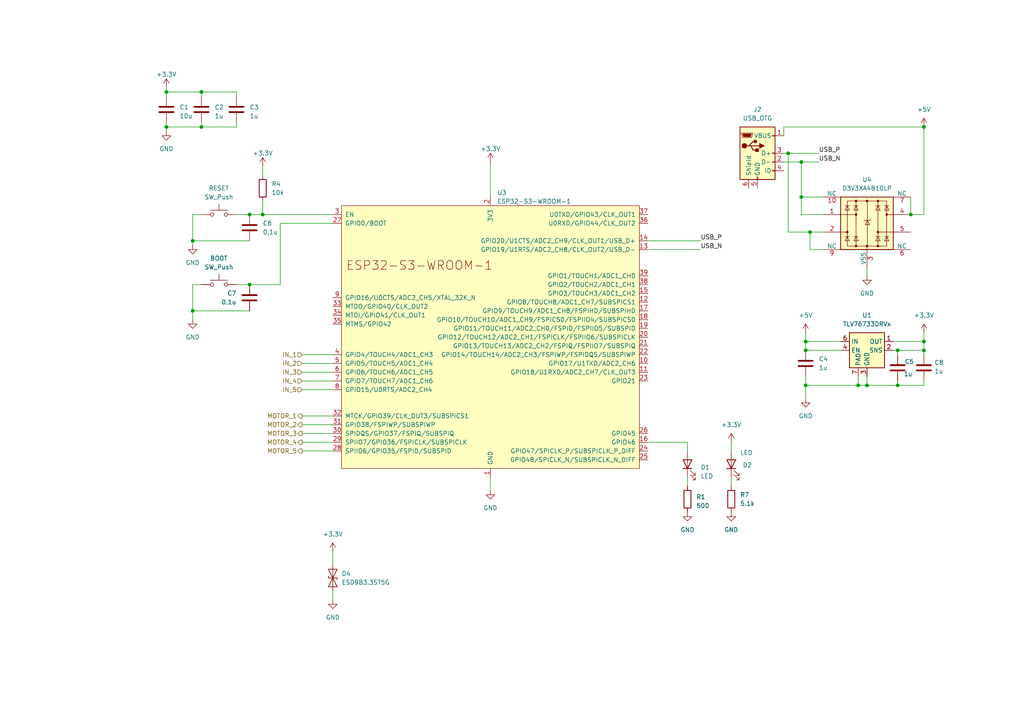
<source format=kicad_sch>
(kicad_sch (version 20231120) (generator "eeschema") (generator_version "8.0")
  (paper "A4")
  (lib_symbols
    (symbol "+3.3V_1" (power) (pin_numbers hide) (pin_names (offset 0) hide)
      (property "Value" "+3.3V" (at 0 3.556 0))
      (symbol "+3.3V_1_0_1"
        (polyline (pts (xy -0.762 1.27) (xy 0 2.54)))
        (polyline (pts (xy 0 0) (xy 0 2.54)))
        (polyline (pts (xy 0 2.54) (xy 0.762 1.27)))
      )
      (symbol "+3.3V_1_1_1"
        (pin power_in line (at 0 0 90) (length 0) (name "~") (number "1"))
      )
    )
    (symbol "Connector:USB_OTG" (pin_names (offset 1.016))
      (property "Reference" "J" (at -5.08 11.43 0))
      (property "Value" "USB_OTG" (at -5.08 8.89 0))
      (symbol "USB_OTG_0_1"
        (rectangle (start -5.08 -7.62) (end 5.08 7.62) (stroke (width 0.254)) (fill (type background)))
        (circle (center -3.81 2.159) (radius 0.635) (stroke (width 0.254)) (fill (type outline)))
        (circle (center -0.635 3.429) (radius 0.381) (stroke (width 0.254)) (fill (type outline)))
        (rectangle (start -0.127 -7.62) (end 0.127 -6.858))
        (polyline (pts (xy -1.905 2.159) (xy 0.635 2.159)) (stroke (width 0.254)))
        (polyline (pts (xy -3.175 2.159) (xy -2.54 2.159) (xy -1.27 3.429) (xy -0.635 3.429)) (stroke (width 0.254)))
        (polyline (pts (xy -2.54 2.159) (xy -1.905 2.159) (xy -1.27 0.889) (xy 0 0.889)) (stroke (width 0.254)))
        (polyline (pts (xy 0.635 2.794) (xy 0.635 1.524) (xy 1.905 2.159) (xy 0.635 2.794)) (stroke (width 0.254)) (fill (type outline)))
        (polyline (pts (xy -4.318 5.588) (xy -1.778 5.588) (xy -2.032 4.826) (xy -4.064 4.826) (xy -4.318 5.588)) (fill (type outline)))
        (polyline (pts (xy -4.699 5.842) (xy -4.699 5.588) (xy -4.445 4.826) (xy -4.445 4.572) (xy -1.651 4.572) (xy -1.651 4.826) (xy -1.397 5.588) (xy -1.397 5.842) (xy -4.699 5.842)))
        (rectangle (start 0.254 1.27) (end -0.508 0.508) (stroke (width 0.254)) (fill (type outline)))
        (rectangle (start 5.08 -5.207) (end 4.318 -4.953))
        (rectangle (start 5.08 -2.667) (end 4.318 -2.413))
        (rectangle (start 5.08 -0.127) (end 4.318 0.127))
        (rectangle (start 5.08 4.953) (end 4.318 5.207))
      )
      (symbol "USB_OTG_1_1"
        (pin passive line (at 7.62 5.08 180) (length 2.54) (name "VBUS") (number "1"))
        (pin bidirectional line (at 7.62 -2.54 180) (length 2.54) (name "D-") (number "2"))
        (pin bidirectional line (at 7.62 0 180) (length 2.54) (name "D+") (number "3"))
        (pin passive line (at 7.62 -5.08 180) (length 2.54) (name "ID") (number "4"))
        (pin passive line (at 0 -10.16 90) (length 2.54) (name "GND") (number "5"))
        (pin passive line (at -2.54 -10.16 90) (length 2.54) (name "Shield") (number "6"))
      )
    )
    (symbol "Device:C" (pin_numbers hide) (pin_names (offset 0.254))
      (property "Reference" "C" (at 0.635 2.54 0))
      (property "Value" "C" (at 0.635 -2.54 0))
      (symbol "C_0_1"
        (polyline (pts (xy -2.032 -0.762) (xy 2.032 -0.762)) (stroke (width 0.508)))
        (polyline (pts (xy -2.032 0.762) (xy 2.032 0.762)) (stroke (width 0.508)))
      )
      (symbol "C_1_1"
        (pin passive line (at 0 3.81 270) (length 2.794) (name "~") (number "1"))
        (pin passive line (at 0 -3.81 90) (length 2.794) (name "~") (number "2"))
      )
    )
    (symbol "Device:LED" (pin_numbers hide) (pin_names (offset 1.016) hide)
      (property "Reference" "D" (at 0 2.54 0))
      (property "Value" "LED" (at 0 -2.54 0))
      (symbol "LED_0_1"
        (polyline (pts (xy -1.27 -1.27) (xy -1.27 1.27)) (stroke (width 0.254)))
        (polyline (pts (xy -1.27 0) (xy 1.27 0)))
        (polyline (pts (xy 1.27 -1.27) (xy 1.27 1.27) (xy -1.27 0) (xy 1.27 -1.27)) (stroke (width 0.254)))
        (polyline (pts (xy -3.048 -0.762) (xy -4.572 -2.286) (xy -3.81 -2.286) (xy -4.572 -2.286) (xy -4.572 -1.524)))
        (polyline (pts (xy -1.778 -0.762) (xy -3.302 -2.286) (xy -2.54 -2.286) (xy -3.302 -2.286) (xy -3.302 -1.524)))
      )
      (symbol "LED_1_1"
        (pin passive line (at -3.81 0 0) (length 2.54) (name "K") (number "1"))
        (pin passive line (at 3.81 0 180) (length 2.54) (name "A") (number "2"))
      )
    )
    (symbol "Device:R" (pin_numbers hide) (pin_names (offset 0))
      (property "Reference" "R" (at 2.032 0 90))
      (property "Value" "R" (at 0 0 90))
      (symbol "R_0_1"
        (rectangle (start -1.016 -2.54) (end 1.016 2.54) (stroke (width 0.254)))
      )
      (symbol "R_1_1"
        (pin passive line (at 0 3.81 270) (length 1.27) (name "~") (number "1"))
        (pin passive line (at 0 -3.81 90) (length 1.27) (name "~") (number "2"))
      )
    )
    (symbol "Diode:ESD9B3.3ST5G" (pin_numbers hide) (pin_names (offset 1.016) hide)
      (property "Reference" "D" (at 0 2.54 0))
      (property "Value" "ESD9B3.3ST5G" (at 0 -2.54 0))
      (symbol "ESD9B3.3ST5G_0_1"
        (polyline (pts (xy 1.27 0) (xy -1.27 0)))
        (polyline (pts (xy -2.54 -1.27) (xy 0 0) (xy -2.54 1.27) (xy -2.54 -1.27)) (stroke (width 0.2032)))
        (polyline (pts (xy 0.508 1.27) (xy 0 1.27) (xy 0 -1.27) (xy -0.508 -1.27)) (stroke (width 0.2032)))
        (polyline (pts (xy 2.54 1.27) (xy 2.54 -1.27) (xy 0 0) (xy 2.54 1.27)) (stroke (width 0.2032)))
      )
      (symbol "ESD9B3.3ST5G_1_1"
        (pin passive line (at -3.81 0 0) (length 2.54) (name "A1") (number "1"))
        (pin passive line (at 3.81 0 180) (length 2.54) (name "A2") (number "2"))
      )
    )
    (symbol "Espressif:ESP32-S3-WROOM-1" (pin_names (offset 1.016))
      (property "Reference" "U3" (at 1.9559 41.91 0))
      (property "Value" "ESP32-S3-WROOM-1" (at 1.9559 39.37 0))
      (symbol "ESP32-S3-WROOM-1_0_0"
        (text "ESP32-S3-WROOM-1" (at -20.574 20.828 0) (effects (font (size 2.54 2.54))))
        (pin power_in line (at 0 -40.64 90) (length 2.54) (name "GND") (number "1"))
        (pin bidirectional line (at 45.72 -7.62 180) (length 2.54) (name "GPIO17/U1TXD/ADC2_CH6") (number "10"))
        (pin bidirectional line (at 45.72 -10.16 180) (length 2.54) (name "GPIO18/U1RXD/ADC2_CH7/CLK_OUT3") (number "11"))
        (pin bidirectional line (at 45.72 10.16 180) (length 2.54) (name "GPIO8/TOUCH8/ADC1_CH7/SUBSPICS1") (number "12"))
        (pin bidirectional line (at 45.72 25.4 180) (length 2.54) (name "GPIO19/U1RTS/ADC2_CH8/CLK_OUT2/USB_D-") (number "13"))
        (pin bidirectional line (at 45.72 27.94 180) (length 2.54) (name "GPIO20/U1CTS/ADC2_CH9/CLK_OUT1/USB_D+") (number "14"))
        (pin bidirectional line (at 45.72 12.7 180) (length 2.54) (name "GPIO3/TOUCH3/ADC1_CH2") (number "15"))
        (pin bidirectional line (at 45.72 -30.48 180) (length 2.54) (name "GPIO46") (number "16"))
        (pin bidirectional line (at 45.72 7.62 180) (length 2.54) (name "GPIO9/TOUCH9/ADC1_CH8/FSPIHD/SUBSPIHD") (number "17"))
        (pin bidirectional line (at 45.72 5.08 180) (length 2.54) (name "GPIO10/TOUCH10/ADC1_CH9/FSPICS0/FSPIIO4/SUBSPICS0") (number "18"))
        (pin bidirectional line (at 45.72 2.54 180) (length 2.54) (name "GPIO11/TOUCH11/ADC2_CH0/FSPID/FSPIIO5/SUBSPID") (number "19"))
        (pin power_in line (at 0 40.64 270) (length 2.54) (name "3V3") (number "2"))
        (pin bidirectional line (at 45.72 0 180) (length 2.54) (name "GPIO12/TOUCH12/ADC2_CH1/FSPICLK/FSPIIO6/SUBSPICLK") (number "20"))
        (pin bidirectional line (at 45.72 -2.54 180) (length 2.54) (name "GPIO13/TOUCH13/ADC2_CH2/FSPIQ/FSPIIO7/SUBSPIQ") (number "21"))
        (pin bidirectional line (at 45.72 -5.08 180) (length 2.54) (name "GPIO14/TOUCH14/ADC2_CH3/FSPIWP/FSPIDQS/SUBSPIWP") (number "22"))
        (pin bidirectional line (at 45.72 -12.7 180) (length 2.54) (name "GPIO21") (number "23"))
        (pin bidirectional line (at 45.72 -33.02 180) (length 2.54) (name "GPIO47/SPICLK_P/SUBSPICLK_P_DIFF") (number "24"))
        (pin bidirectional line (at 45.72 -35.56 180) (length 2.54) (name "GPIO48/SPICLK_N/SUBSPICLK_N_DIFF") (number "25"))
        (pin bidirectional line (at 45.72 -27.94 180) (length 2.54) (name "GPIO45") (number "26"))
        (pin bidirectional line (at -45.72 33.02 0) (length 2.54) (name "GPIO0/BOOT") (number "27"))
        (pin bidirectional line (at -45.72 -33.02 0) (length 2.54) (name "SPIIO6/GPIO35/FSPID/SUBSPID") (number "28"))
        (pin bidirectional line (at -45.72 -30.48 0) (length 2.54) (name "SPIIO7/GPIO36/FSPICLK/SUBSPICLK") (number "29"))
        (pin input line (at -45.72 35.56 0) (length 2.54) (name "EN") (number "3"))
        (pin bidirectional line (at -45.72 -27.94 0) (length 2.54) (name "SPIDQS/GPIO37/FSPIQ/SUBSPIQ") (number "30"))
        (pin bidirectional line (at -45.72 -25.4 0) (length 2.54) (name "GPIO38/FSPIWP/SUBSPIWP") (number "31"))
        (pin bidirectional line (at -45.72 -22.86 0) (length 2.54) (name "MTCK/GPIO39/CLK_OUT3/SUBSPICS1") (number "32"))
        (pin bidirectional line (at -45.72 8.89 0) (length 2.54) (name "MTDO/GPIO40/CLK_OUT2") (number "33"))
        (pin bidirectional line (at -45.72 6.35 0) (length 2.54) (name "MTDI/GPIO41/CLK_OUT1") (number "34"))
        (pin bidirectional line (at -45.72 3.81 0) (length 2.54) (name "MTMS/GPIO42") (number "35"))
        (pin bidirectional line (at 45.72 33.02 180) (length 2.54) (name "U0RXD/GPIO44/CLK_OUT2") (number "36"))
        (pin bidirectional line (at 45.72 35.56 180) (length 2.54) (name "U0TXD/GPIO43/CLK_OUT1") (number "37"))
        (pin bidirectional line (at 45.72 15.24 180) (length 2.54) (name "GPIO2/TOUCH2/ADC1_CH1") (number "38"))
        (pin bidirectional line (at 45.72 17.78 180) (length 2.54) (name "GPIO1/TOUCH1/ADC1_CH0") (number "39"))
        (pin bidirectional line (at -45.72 -5.08 0) (length 2.54) (name "GPIO4/TOUCH4/ADC1_CH3") (number "4"))
        (pin passive line (at 0 -40.64 90) (length 2.54) hide (name "GND") (number "40"))
        (pin passive line (at 0 -40.64 90) (length 2.54) hide (name "GND") (number "41"))
        (pin bidirectional line (at -45.72 -7.62 0) (length 2.54) (name "GPIO5/TOUCH5/ADC1_CH4") (number "5"))
        (pin bidirectional line (at -45.72 -10.16 0) (length 2.54) (name "GPIO6/TOUCH6/ADC1_CH5") (number "6"))
        (pin bidirectional line (at -45.72 -12.7 0) (length 2.54) (name "GPIO7/TOUCH7/ADC1_CH6") (number "7"))
        (pin bidirectional line (at -45.72 -15.24 0) (length 2.54) (name "GPIO15/U0RTS/ADC2_CH4") (number "8"))
        (pin bidirectional line (at -45.72 11.43 0) (length 2.54) (name "GPIO16/U0CTS/ADC2_CH5/XTAL_32K_N") (number "9"))
      )
      (symbol "ESP32-S3-WROOM-1_0_1"
        (rectangle (start -43.18 38.1) (end 43.18 -38.1) (fill (type background)))
      )
    )
    (symbol "GND_1" (power) (pin_numbers hide) (pin_names (offset 0) hide)
      (property "Value" "GND" (at 0 -3.81 0))
      (symbol "GND_1_0_1"
        (polyline (pts (xy 0 0) (xy 0 -1.27) (xy 1.27 -1.27) (xy 0 -2.54) (xy -1.27 -1.27) (xy 0 -1.27)))
      )
      (symbol "GND_1_1_1"
        (pin power_in line (at 0 0 270) (length 0) (name "~") (number "1"))
      )
    )
    (symbol "Power_Protection:D3V3XA4B10LP" (pin_names (offset 0))
      (property "Reference" "U" (at -0.635 8.89 0))
      (property "Value" "D3V3XA4B10LP" (at 8.89 -10.16 0))
      (symbol "D3V3XA4B10LP_0_0"
        (rectangle (start -5.715 6.477) (end 5.715 -6.604))
        (polyline (pts (xy -3.175 -6.604) (xy -3.175 6.477)))
        (polyline (pts (xy 0.127 6.477) (xy 0.127 -6.604)))
        (polyline (pts (xy 3.175 6.477) (xy 3.175 -6.604)))
      )
      (symbol "D3V3XA4B10LP_0_1"
        (rectangle (start -7.62 7.62) (end 7.62 -7.62) (stroke (width 0.254)) (fill (type background)))
        (circle (center -5.715 -2.54) (radius 0.2794) (fill (type outline)))
        (circle (center -3.175 -6.604) (radius 0.2794) (fill (type outline)))
        (circle (center -3.175 2.54) (radius 0.2794) (fill (type outline)))
        (circle (center -3.175 6.477) (radius 0.2794) (fill (type outline)))
        (circle (center 0 -6.604) (radius 0.2794) (fill (type outline)))
        (polyline (pts (xy -7.747 2.54) (xy -3.175 2.54)))
        (polyline (pts (xy -7.62 -2.54) (xy -5.715 -2.54)))
        (polyline (pts (xy -5.08 -3.81) (xy -6.35 -3.81)))
        (polyline (pts (xy -5.08 5.08) (xy -6.35 5.08)))
        (polyline (pts (xy -2.54 -3.81) (xy -3.81 -3.81)))
        (polyline (pts (xy -2.54 5.08) (xy -3.81 5.08)))
        (polyline (pts (xy -0.508 0.889) (xy -0.889 0.635)))
        (polyline (pts (xy 0 -6.604) (xy 0 -7.62)))
        (polyline (pts (xy 0.762 0.889) (xy -0.508 0.889)))
        (polyline (pts (xy 0.762 0.889) (xy 1.143 1.143)))
        (polyline (pts (xy 3.81 -3.81) (xy 2.54 -3.81)))
        (polyline (pts (xy 3.81 5.08) (xy 2.54 5.08)))
        (polyline (pts (xy 6.35 -3.81) (xy 5.08 -3.81)))
        (polyline (pts (xy 6.35 5.08) (xy 5.08 5.08)))
        (polyline (pts (xy 7.62 -2.54) (xy 3.175 -2.54)))
        (polyline (pts (xy 7.62 2.54) (xy 5.715 2.54)))
        (polyline (pts (xy -5.08 -5.08) (xy -6.35 -5.08) (xy -5.715 -3.81) (xy -5.08 -5.08)))
        (polyline (pts (xy -5.08 3.81) (xy -6.35 3.81) (xy -5.715 5.08) (xy -5.08 3.81)))
        (polyline (pts (xy -2.54 -5.08) (xy -3.81 -5.08) (xy -3.175 -3.81) (xy -2.54 -5.08)))
        (polyline (pts (xy -2.54 3.81) (xy -3.81 3.81) (xy -3.175 5.08) (xy -2.54 3.81)))
        (polyline (pts (xy 0.762 -0.381) (xy -0.508 -0.381) (xy 0.127 0.889) (xy 0.762 -0.381)))
        (polyline (pts (xy 3.81 -5.08) (xy 2.54 -5.08) (xy 3.175 -3.81) (xy 3.81 -5.08)))
        (polyline (pts (xy 3.81 3.81) (xy 2.54 3.81) (xy 3.175 5.08) (xy 3.81 3.81)))
        (polyline (pts (xy 6.35 -5.08) (xy 5.08 -5.08) (xy 5.715 -3.81) (xy 6.35 -5.08)))
        (polyline (pts (xy 6.35 3.81) (xy 5.08 3.81) (xy 5.715 5.08) (xy 6.35 3.81)))
        (circle (center 0 6.477) (radius 0.2794) (fill (type outline)))
        (circle (center 3.175 -6.604) (radius 0.2794) (fill (type outline)))
        (circle (center 3.175 -2.54) (radius 0.2794) (fill (type outline)))
        (circle (center 3.175 6.477) (radius 0.2794) (fill (type outline)))
        (circle (center 5.715 2.54) (radius 0.2794) (fill (type outline)))
      )
      (symbol "D3V3XA4B10LP_1_1"
        (pin passive line (at -12.7 2.54 0) (length 5.08) (name "~") (number "1"))
        (pin free line (at -12.7 7.62 0) (length 5.08) (name "NC") (number "10"))
        (pin passive line (at -12.7 -2.54 0) (length 5.08) (name "~") (number "2"))
        (pin power_in line (at 0 -12.7 90) (length 5.08) (name "VSS") (number "3"))
        (pin passive line (at 12.7 2.54 180) (length 5.08) (name "~") (number "4"))
        (pin passive line (at 12.7 -2.54 180) (length 5.08) (name "~") (number "5"))
        (pin free line (at 12.7 -7.62 180) (length 5.08) (name "NC") (number "6"))
        (pin free line (at 12.7 7.62 180) (length 5.08) (name "NC") (number "7"))
        (pin passive line (at 0 -12.7 90) (length 5.08) hide (name "VSS") (number "8"))
        (pin free line (at -12.7 -7.62 0) (length 5.08) (name "NC") (number "9"))
      )
    )
    (symbol "Regulator_Linear:TLV76733DRVx"
      (property "Reference" "U" (at 0 8.89 0))
      (property "Value" "TLV76733DRVx" (at 0 6.35 0))
      (symbol "TLV76733DRVx_0_1"
        (rectangle (start -5.08 -5.08) (end 5.08 5.08) (stroke (width 0.254)) (fill (type background)))
      )
      (symbol "TLV76733DRVx_1_1"
        (pin power_out line (at 7.62 2.54 180) (length 2.54) (name "OUT") (number "1"))
        (pin input line (at 7.62 0 180) (length 2.54) (name "SNS") (number "2"))
        (pin power_in line (at 0 -7.62 90) (length 2.54) (name "GND") (number "3"))
        (pin input line (at -7.62 0 0) (length 2.54) (name "EN") (number "4"))
        (pin passive line (at 0 -7.62 90) (length 2.54) hide (name "GND") (number "5"))
        (pin power_in line (at -7.62 2.54 0) (length 2.54) (name "IN") (number "6"))
        (pin passive line (at -2.54 -7.62 90) (length 2.54) (name "PAD") (number "7"))
      )
    )
    (symbol "Switch:SW_Push" (pin_numbers hide) (pin_names (offset 1.016) hide)
      (property "Reference" "SW" (at 1.27 2.54 0))
      (property "Value" "SW_Push" (at 0 -1.524 0))
      (symbol "SW_Push_0_1"
        (circle (center -2.032 0) (radius 0.508))
        (polyline (pts (xy 0 1.27) (xy 0 3.048)))
        (polyline (pts (xy 2.54 1.27) (xy -2.54 1.27)))
        (circle (center 2.032 0) (radius 0.508))
        (pin passive line (at -5.08 0 0) (length 2.54) (name "1") (number "1"))
        (pin passive line (at 5.08 0 180) (length 2.54) (name "2") (number "2"))
      )
    )
    (symbol "power:+3.3V" (power) (pin_names (offset 0))
      (property "Value" "+3.3V" (at 0 3.556 0))
      (symbol "+3.3V_0_1"
        (polyline (pts (xy -0.762 1.27) (xy 0 2.54)))
        (polyline (pts (xy 0 0) (xy 0 2.54)))
        (polyline (pts (xy 0 2.54) (xy 0.762 1.27)))
      )
      (symbol "+3.3V_1_1"
        (pin power_in line (at 0 0 90) (length 0) hide (name "+3.3V") (number "1"))
      )
    )
    (symbol "power:+5V" (power) (pin_numbers hide) (pin_names (offset 0) hide)
      (property "Value" "+5V" (at 0 3.556 0))
      (symbol "+5V_0_1"
        (polyline (pts (xy -0.762 1.27) (xy 0 2.54)))
        (polyline (pts (xy 0 0) (xy 0 2.54)))
        (polyline (pts (xy 0 2.54) (xy 0.762 1.27)))
      )
      (symbol "+5V_1_1"
        (pin power_in line (at 0 0 90) (length 0) (name "~") (number "1"))
      )
    )
    (symbol "power:GND" (power) (pin_names (offset 0))
      (property "Value" "GND" (at 0 -3.81 0))
      (symbol "GND_0_1"
        (polyline (pts (xy 0 0) (xy 0 -1.27) (xy 1.27 -1.27) (xy 0 -2.54) (xy -1.27 -1.27) (xy 0 -1.27)))
      )
      (symbol "GND_1_1"
        (pin power_in line (at 0 0 270) (length 0) hide (name "GND") (number "1"))
      )
    )
  )
  (junction (at 267.97 36.83))
  (junction (at 48.26 36.83))
  (junction (at 267.97 101.6))
  (junction (at 264.16 62.23))
  (junction (at 267.97 99.06))
  (junction (at 76.2 62.23))
  (junction (at 48.26 26.67))
  (junction (at 55.88 69.85))
  (junction (at 234.95 67.31))
  (junction (at 233.68 99.06))
  (junction (at 248.92 111.76))
  (junction (at 72.39 82.55))
  (junction (at 233.68 111.76))
  (junction (at 233.68 101.6))
  (junction (at 228.6 44.45))
  (junction (at 232.41 46.99))
  (junction (at 251.46 111.76))
  (junction (at 58.42 26.67))
  (junction (at 232.41 57.15))
  (junction (at 55.88 90.17))
  (junction (at 72.39 62.23))
  (junction (at 58.42 36.83))
  (junction (at 260.35 111.76))
  (junction (at 260.35 101.6))
  (wire (pts (xy 233.68 99.06) (xy 243.84 99.06)))
  (wire (pts (xy 267.97 96.52) (xy 267.97 99.06)))
  (wire (pts (xy 58.42 35.56) (xy 58.42 36.83)))
  (wire (pts (xy 48.26 36.83) (xy 58.42 36.83)))
  (wire (pts (xy 234.95 67.31) (xy 234.95 72.39)))
  (wire (pts (xy 232.41 57.15) (xy 232.41 62.23)))
  (wire (pts (xy 251.46 109.22) (xy 251.46 111.76)))
  (wire (pts (xy 55.88 82.55) (xy 58.42 82.55)))
  (wire (pts (xy 228.6 44.45) (xy 228.6 67.31)))
  (wire (pts (xy 81.28 64.77) (xy 96.52 64.77)))
  (wire (pts (xy 228.6 67.31) (xy 234.95 67.31)))
  (wire (pts (xy 87.63 102.87) (xy 96.52 102.87)))
  (wire (pts (xy 48.26 26.67) (xy 58.42 26.67)))
  (wire (pts (xy 87.63 125.73) (xy 96.52 125.73)))
  (wire (pts (xy 260.35 102.87) (xy 260.35 101.6)))
  (wire (pts (xy 264.16 62.23) (xy 267.97 62.23)))
  (wire (pts (xy 233.68 101.6) (xy 233.68 99.06)))
  (wire (pts (xy 260.35 111.76) (xy 267.97 111.76)))
  (wire (pts (xy 232.41 57.15) (xy 238.76 57.15)))
  (wire (pts (xy 68.58 62.23) (xy 72.39 62.23)))
  (wire (pts (xy 232.41 62.23) (xy 238.76 62.23)))
  (wire (pts (xy 72.39 62.23) (xy 76.2 62.23)))
  (wire (pts (xy 142.24 46.99) (xy 142.24 57.15)))
  (wire (pts (xy 55.88 62.23) (xy 55.88 69.85)))
  (wire (pts (xy 260.35 111.76) (xy 251.46 111.76)))
  (wire (pts (xy 76.2 58.42) (xy 76.2 62.23)))
  (wire (pts (xy 264.16 57.15) (xy 264.16 62.23)))
  (wire (pts (xy 233.68 99.06) (xy 233.68 96.52)))
  (wire (pts (xy 212.09 138.43) (xy 212.09 140.97)))
  (wire (pts (xy 267.97 99.06) (xy 267.97 101.6)))
  (wire (pts (xy 233.68 115.57) (xy 233.68 111.76)))
  (wire (pts (xy 87.63 130.81) (xy 96.52 130.81)))
  (wire (pts (xy 87.63 105.41) (xy 96.52 105.41)))
  (wire (pts (xy 267.97 111.76) (xy 267.97 110.49)))
  (wire (pts (xy 267.97 62.23) (xy 267.97 36.83)))
  (wire (pts (xy 76.2 48.26) (xy 76.2 50.8)))
  (wire (pts (xy 212.09 128.27) (xy 212.09 130.81)))
  (wire (pts (xy 87.63 113.03) (xy 96.52 113.03)))
  (wire (pts (xy 48.26 25.4) (xy 48.26 26.67)))
  (wire (pts (xy 232.41 46.99) (xy 237.49 46.99)))
  (wire (pts (xy 234.95 67.31) (xy 238.76 67.31)))
  (wire (pts (xy 199.39 138.43) (xy 199.39 140.97)))
  (wire (pts (xy 227.33 44.45) (xy 228.6 44.45)))
  (wire (pts (xy 142.24 138.43) (xy 142.24 142.24)))
  (wire (pts (xy 248.92 111.76) (xy 251.46 111.76)))
  (wire (pts (xy 87.63 110.49) (xy 96.52 110.49)))
  (wire (pts (xy 58.42 36.83) (xy 68.58 36.83)))
  (wire (pts (xy 199.39 128.27) (xy 199.39 130.81)))
  (wire (pts (xy 48.26 26.67) (xy 48.26 27.94)))
  (wire (pts (xy 259.08 99.06) (xy 267.97 99.06)))
  (wire (pts (xy 233.68 111.76) (xy 248.92 111.76)))
  (wire (pts (xy 68.58 26.67) (xy 68.58 27.94)))
  (wire (pts (xy 55.88 82.55) (xy 55.88 90.17)))
  (wire (pts (xy 251.46 77.47) (xy 251.46 80.01)))
  (wire (pts (xy 81.28 82.55) (xy 81.28 64.77)))
  (wire (pts (xy 96.52 160.02) (xy 96.52 163.83)))
  (wire (pts (xy 259.08 101.6) (xy 260.35 101.6)))
  (wire (pts (xy 96.52 171.45) (xy 96.52 173.99)))
  (wire (pts (xy 233.68 101.6) (xy 243.84 101.6)))
  (wire (pts (xy 228.6 44.45) (xy 237.49 44.45)))
  (wire (pts (xy 58.42 26.67) (xy 58.42 27.94)))
  (wire (pts (xy 260.35 111.76) (xy 260.35 110.49)))
  (wire (pts (xy 187.96 72.39) (xy 203.2 72.39)))
  (wire (pts (xy 58.42 26.67) (xy 68.58 26.67)))
  (wire (pts (xy 232.41 46.99) (xy 232.41 57.15)))
  (wire (pts (xy 68.58 35.56) (xy 68.58 36.83)))
  (wire (pts (xy 248.92 109.22) (xy 248.92 111.76)))
  (wire (pts (xy 87.63 120.65) (xy 96.52 120.65)))
  (wire (pts (xy 48.26 38.1) (xy 48.26 36.83)))
  (wire (pts (xy 227.33 36.83) (xy 227.33 39.37)))
  (wire (pts (xy 267.97 102.87) (xy 267.97 101.6)))
  (wire (pts (xy 76.2 62.23) (xy 96.52 62.23)))
  (wire (pts (xy 55.88 71.12) (xy 55.88 69.85)))
  (wire (pts (xy 55.88 69.85) (xy 72.39 69.85)))
  (wire (pts (xy 48.26 35.56) (xy 48.26 36.83)))
  (wire (pts (xy 72.39 82.55) (xy 68.58 82.55)))
  (wire (pts (xy 267.97 36.83) (xy 227.33 36.83)))
  (wire (pts (xy 87.63 123.19) (xy 96.52 123.19)))
  (wire (pts (xy 87.63 107.95) (xy 96.52 107.95)))
  (wire (pts (xy 234.95 72.39) (xy 238.76 72.39)))
  (wire (pts (xy 55.88 62.23) (xy 58.42 62.23)))
  (wire (pts (xy 233.68 109.22) (xy 233.68 111.76)))
  (wire (pts (xy 260.35 101.6) (xy 267.97 101.6)))
  (wire (pts (xy 72.39 82.55) (xy 81.28 82.55)))
  (wire (pts (xy 87.63 128.27) (xy 96.52 128.27)))
  (wire (pts (xy 55.88 90.17) (xy 55.88 92.71)))
  (wire (pts (xy 55.88 90.17) (xy 72.39 90.17)))
  (wire (pts (xy 227.33 46.99) (xy 232.41 46.99)))
  (wire (pts (xy 187.96 69.85) (xy 203.2 69.85)))
  (wire (pts (xy 187.96 128.27) (xy 199.39 128.27)))
  (label "USB_P" (at 203.2 69.85 0))
  (label "USB_N" (at 237.49 46.99 0))
  (label "USB_P" (at 237.49 44.45 0))
  (label "USB_N" (at 203.2 72.39 0))
  (hierarchical_label "IN_1" (shape input) (at 87.63 102.87 180))
  (hierarchical_label "IN_3" (shape input) (at 87.63 107.95 180))
  (hierarchical_label "MOTOR_3" (shape output) (at 87.63 125.73 180))
  (hierarchical_label "IN_5" (shape input) (at 87.63 113.03 180))
  (hierarchical_label "MOTOR_2" (shape output) (at 87.63 123.19 180))
  (hierarchical_label "MOTOR_5" (shape output) (at 87.63 130.81 180))
  (hierarchical_label "IN_2" (shape input) (at 87.63 105.41 180))
  (hierarchical_label "IN_4" (shape input) (at 87.63 110.49 180))
  (hierarchical_label "MOTOR_4" (shape output) (at 87.63 128.27 180))
  (hierarchical_label "MOTOR_1" (shape output) (at 87.63 120.65 180))
  (symbol (lib_id "Regulator_Linear:TLV76733DRVx") (at 251.46 101.6 0) (unit 1)
    (property "Reference" "U1" (at 251.46 91.44 0))
    (property "Value" "TLV76733DRVx" (at 251.46 93.98 0))
    (property "Footprint" "Package_SON:WSON-6-1EP_2x2mm_P0.65mm_EP1x1.6mm_ThermalVias" (effects (hide yes)))
    (property "Datasheet" "www.ti.com/lit/gpn/TLV767" (effects (hide yes)))
  )
  (symbol (lib_id "Device:R") (at 76.2 54.61 0) (unit 1)
    (property "Reference" "R4" (at 78.74 53.3399 0) (effects (justify left)))
    (property "Value" "10k" (at 78.74 55.8799 0) (effects (justify left)))
    (property "Description" "Resistor" (effects (hide yes)))
  )
  (symbol (lib_name "GND_1") (lib_id "power:GND") (at 55.88 71.12 0) (unit 1)
    (property "Reference" "#PWR010" (effects (hide yes)))
    (property "Value" "GND" (at 55.88 76.2 0))
    (property "Description" "Power symbol creates a global label with name \"GND\" , ground" (effects (hide yes)))
  )
  (symbol (lib_id "Connector:USB_OTG") (at 219.71 44.45 0) (unit 1)
    (property "Reference" "J2" (at 219.71 31.75 0))
    (property "Value" "USB_OTG" (at 219.71 34.29 0))
    (property "Description" "USB mini/micro connector" (effects (hide yes)))
  )
  (symbol (lib_id "Diode:ESD9B3.3ST5G") (at 96.52 167.64 90) (unit 1)
    (property "Reference" "D4" (at 99.06 166.3699 90) (effects (justify right)))
    (property "Value" "ESD9B3.3ST5G" (at 99.06 168.9099 90) (effects (justify right)))
    (property "Footprint" "Diode_SMD:D_SOD-923" (effects (hide yes)))
    (property "Datasheet" "https://www.onsemi.com/pub/Collateral/ESD9B-D.PDF" (effects (hide yes)))
    (property "Description" "ESD protection diode, 3.3Vrwm, SOD-923" (effects (hide yes)))
  )
  (symbol (lib_name "GND_1") (lib_id "power:GND") (at 233.68 115.57 0) (unit 1)
    (property "Reference" "#PWR013" (effects (hide yes)))
    (property "Value" "GND" (at 233.68 120.65 0))
    (property "Description" "Power symbol creates a global label with name \"GND\" , ground" (effects (hide yes)))
  )
  (symbol (lib_id "power:GND") (at 212.09 148.59 0) (unit 1)
    (property "Reference" "#PWR023" (effects (hide yes)))
    (property "Value" "GND" (at 212.09 153.67 0))
  )
  (symbol (lib_id "power:GND") (at 251.46 80.01 0) (unit 1)
    (property "Reference" "#PWR012" (effects (hide yes)))
    (property "Value" "GND" (at 251.46 85.09 0))
  )
  (symbol (lib_id "Device:C") (at 58.42 31.75 0) (unit 1)
    (property "Reference" "C2" (at 62.23 31.115 0) (effects (justify left)))
    (property "Value" "1u" (at 62.23 33.655 0) (effects (justify left)))
  )
  (symbol (lib_id "Device:R") (at 212.09 144.78 0) (unit 1)
    (property "Reference" "R7" (at 214.63 143.5099 0) (effects (justify left)))
    (property "Value" "5.1k" (at 214.63 146.0499 0) (effects (justify left)))
    (property "Description" "Resistor" (effects (hide yes)))
  )
  (symbol (lib_id "Device:C") (at 72.39 86.36 0) (mirror y) (unit 1)
    (property "Reference" "C7" (at 68.58 85.0899 0) (effects (justify left)))
    (property "Value" "0.1u" (at 68.58 87.6299 0) (effects (justify left)))
    (property "Description" "Unpolarized capacitor" (effects (hide yes)))
  )
  (symbol (lib_name "+3.3V_1") (lib_id "power:+3.3V") (at 212.09 128.27 0) (unit 1)
    (property "Reference" "#PWR022" (effects (hide yes)))
    (property "Value" "+3.3V" (at 212.09 123.19 0))
    (property "Description" "Power symbol creates a global label with name \"+3.3V\"" (effects (hide yes)))
  )
  (symbol (lib_id "Device:C") (at 68.58 31.75 0) (unit 1)
    (property "Reference" "C3" (at 72.39 31.115 0) (effects (justify left)))
    (property "Value" "1u" (at 72.39 33.655 0) (effects (justify left)))
  )
  (symbol (lib_id "Device:C") (at 48.26 31.75 0) (unit 1)
    (property "Reference" "C1" (at 52.07 31.115 0) (effects (justify left)))
    (property "Value" "10u" (at 52.07 33.655 0) (effects (justify left)))
  )
  (symbol (lib_id "power:+3.3V") (at 76.2 48.26 0) (unit 1)
    (property "Reference" "#PWR05" (effects (hide yes)))
    (property "Value" "+3.3V" (at 76.2 44.45 0))
  )
  (symbol (lib_id "Switch:SW_Push") (at 63.5 82.55 0) (mirror y) (unit 1)
    (property "Reference" "BOOT" (at 63.5 74.93 0))
    (property "Value" "SW_Push" (at 63.5 77.47 0))
    (property "Description" "Push button switch, generic, two pins" (effects (hide yes)))
  )
  (symbol (lib_id "Device:C") (at 72.39 66.04 0) (unit 1)
    (property "Reference" "C6" (at 76.2 64.7699 0) (effects (justify left)))
    (property "Value" "0.1u" (at 76.2 67.3099 0) (effects (justify left)))
    (property "Description" "Unpolarized capacitor" (effects (hide yes)))
  )
  (symbol (lib_id "power:+3.3V") (at 96.52 160.02 0) (unit 1)
    (property "Reference" "#PWR029" (effects (hide yes)))
    (property "Value" "+3.3V" (at 96.52 154.94 0))
    (property "Description" "Power symbol creates a global label with name \"+3.3V\"" (effects (hide yes)))
  )
  (symbol (lib_id "Device:C") (at 260.35 106.68 0) (unit 1)
    (property "Reference" "C5" (at 262.382 104.902 0) (effects (justify left)))
    (property "Value" "1u" (at 262.128 108.458 0) (effects (justify left)))
    (property "Description" "Unpolarized capacitor" (effects (hide yes)))
  )
  (symbol (lib_id "power:GND") (at 199.39 148.59 0) (unit 1)
    (property "Reference" "#PWR06" (effects (hide yes)))
    (property "Value" "GND" (at 199.39 153.67 0))
  )
  (symbol (lib_id "Switch:SW_Push") (at 63.5 62.23 0) (unit 1)
    (property "Reference" "RESET" (at 63.5 54.61 0))
    (property "Value" "SW_Push" (at 63.5 57.15 0))
    (property "Description" "Push button switch, generic, two pins" (effects (hide yes)))
  )
  (symbol (lib_id "power:GND") (at 48.26 38.1 0) (unit 1)
    (property "Reference" "#PWR08" (effects (hide yes)))
    (property "Value" "GND" (at 48.26 43.18 0))
  )
  (symbol (lib_id "power:+3.3V") (at 267.97 96.52 0) (unit 1)
    (property "Reference" "#PWR014" (effects (hide yes)))
    (property "Value" "+3.3V" (at 267.97 91.44 0))
    (property "Description" "Power symbol creates a global label with name \"+3.3V\"" (effects (hide yes)))
  )
  (symbol (lib_id "Device:LED") (at 199.39 134.62 90) (unit 1)
    (property "Reference" "D1" (at 203.2 135.5725 90) (effects (justify right)))
    (property "Value" "LED" (at 203.2 138.1125 90) (effects (justify right)))
  )
  (symbol (lib_name "GND_1") (lib_id "power:GND") (at 96.52 173.99 0) (unit 1)
    (property "Reference" "#PWR030" (effects (hide yes)))
    (property "Value" "GND" (at 96.52 179.07 0))
    (property "Description" "Power symbol creates a global label with name \"GND\" , ground" (effects (hide yes)))
  )
  (symbol (lib_id "power:+5V") (at 233.68 96.52 0) (unit 1)
    (property "Reference" "#PWR09" (effects (hide yes)))
    (property "Value" "+5V" (at 233.68 91.44 0))
    (property "Description" "Power symbol creates a global label with name \"+5V\"" (effects (hide yes)))
  )
  (symbol (lib_id "Device:LED") (at 212.09 134.62 90) (unit 1)
    (property "Reference" "D2" (at 215.392 134.874 90) (effects (justify right)))
    (property "Value" "LED" (at 214.63 131.318 90) (effects (justify right)))
    (property "Description" "Light emitting diode" (effects (hide yes)))
  )
  (symbol (lib_name "GND_1") (lib_id "power:GND") (at 55.88 92.71 0) (unit 1)
    (property "Reference" "#PWR011" (effects (hide yes)))
    (property "Value" "GND" (at 55.88 97.79 0))
    (property "Description" "Power symbol creates a global label with name \"GND\" , ground" (effects (hide yes)))
  )
  (symbol (lib_id "Espressif:ESP32-S3-WROOM-1") (at 142.24 97.79 0) (unit 1)
    (property "Reference" "U3" (at 144.1959 55.88 0) (effects (justify left)))
    (property "Value" "ESP32-S3-WROOM-1" (at 144.1959 58.42 0) (effects (justify left)))
    (property "Footprint" "esp32-s3-wroom-1:ESP32-S3-WROOM-1-N8_EXP" (effects (hide yes)))
    (property "Datasheet" "https://www.espressif.com/sites/default/files/documentation/esp32-s3-wroom-1_wroom-1u_datasheet_en.pdf" (effects (hide yes)))
  )
  (symbol (lib_id "power:GND") (at 142.24 142.24 0) (unit 1)
    (property "Reference" "#PWR04" (effects (hide yes)))
    (property "Value" "GND" (at 142.24 147.32 0))
  )
  (symbol (lib_id "power:+3.3V") (at 142.24 46.99 0) (unit 1)
    (property "Reference" "#PWR03" (effects (hide yes)))
    (property "Value" "+3.3V" (at 142.24 43.18 0))
  )
  (symbol (lib_id "power:+5V") (at 267.97 36.83 0) (unit 1)
    (property "Reference" "#PWR019" (effects (hide yes)))
    (property "Value" "+5V" (at 267.97 31.75 0))
    (property "Description" "Power symbol creates a global label with name \"+5V\"" (effects (hide yes)))
  )
  (symbol (lib_id "Device:C") (at 267.97 106.68 0) (unit 1)
    (property "Reference" "C8" (at 271.018 105.156 0) (effects (justify left)))
    (property "Value" "1u" (at 271.018 107.696 0) (effects (justify left)))
    (property "Description" "Unpolarized capacitor" (effects (hide yes)))
  )
  (symbol (lib_id "power:+3.3V") (at 48.26 25.4 0) (unit 1)
    (property "Reference" "#PWR07" (effects (hide yes)))
    (property "Value" "+3.3V" (at 48.26 21.59 0))
  )
  (symbol (lib_id "Device:C") (at 233.68 105.41 0) (unit 1)
    (property "Reference" "C4" (at 237.49 104.1399 0) (effects (justify left)))
    (property "Value" "1u" (at 237.49 106.6799 0) (effects (justify left)))
    (property "Description" "Unpolarized capacitor" (effects (hide yes)))
  )
  (symbol (lib_id "Device:R") (at 199.39 144.78 0) (unit 1)
    (property "Reference" "R1" (at 201.93 144.145 0) (effects (justify left)))
    (property "Value" "500" (at 201.93 146.685 0) (effects (justify left)))
  )
  (symbol (lib_id "Power_Protection:D3V3XA4B10LP") (at 251.46 64.77 0) (unit 1)
    (property "Reference" "U4" (at 251.46 52.07 0))
    (property "Value" "D3V3XA4B10LP" (at 251.46 54.61 0))
    (property "Footprint" "Package_DFN_QFN:Diodes_UDFN-10_1.0x2.5mm_P0.5mm" (effects (hide yes)))
    (property "Datasheet" "https://www.diodes.com/assets/Datasheets/D3V3XA4B10LP.pdf" (effects (hide yes)))
    (property "Description" "4-Channel Low Capacitance TVS Diode Array, DFN-10" (effects (hide yes)))
  )
)
</source>
